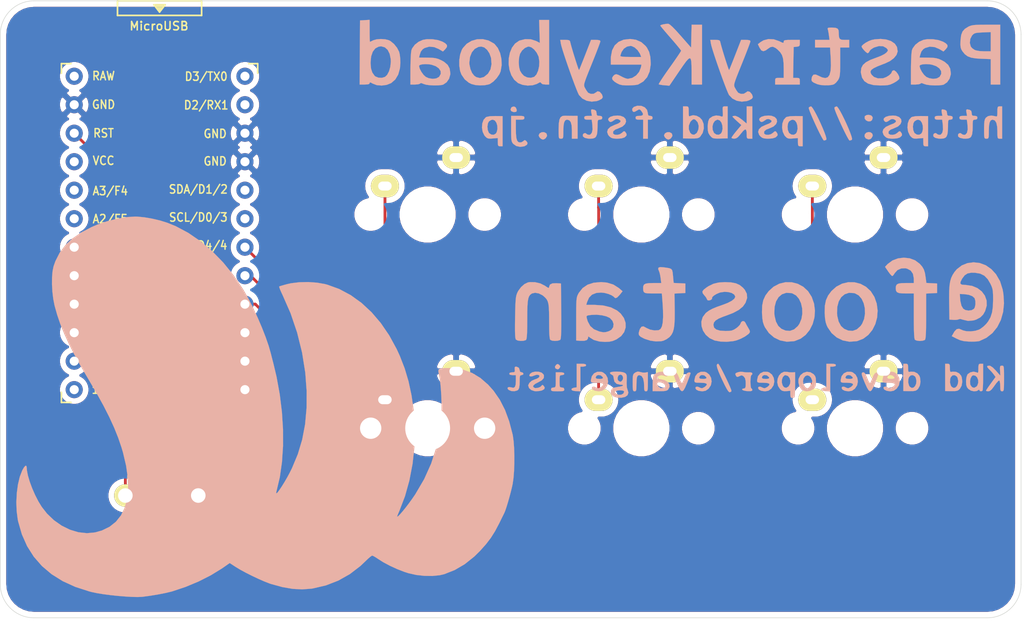
<source format=kicad_pcb>
(kicad_pcb (version 20171130) (host pcbnew "(5.1.10)-1")
  (layers (0 F.Cu signal) (31 B.Cu signal) (34 B.Paste user) (35 F.Paste user) (36 B.SilkS user) (37 F.SilkS user) (38 B.Mask user) (39 F.Mask user) (44 Edge.Cuts user))
  (net 0 "")
  (net 1 "Net-(SW1-Pad2)")
  (net 2 GND)
  (net 3 "Net-(SW2-Pad1)")
  (net 4 "Net-(SW3-Pad1)")
  (net 5 "Net-(SW4-Pad1)")
  (net 6 "Net-(SW5-Pad1)")
  (net 7 "Net-(SW6-Pad1)")
  (net 8 "Net-(SW7-Pad1)")
  (net 9 "Net-(U1-Pad1)")
  (net 10 "Net-(U1-Pad2)")
  (net 11 "Net-(U1-Pad5)")
  (net 12 "Net-(U1-Pad6)")
  (net 13 "Net-(U1-Pad13)")
  (net 14 "Net-(U1-Pad14)")
  (net 15 "Net-(U1-Pad15)")
  (net 16 "Net-(U1-Pad16)")
  (net 17 "Net-(U1-Pad17)")
  (net 18 "Net-(U1-Pad18)")
  (net 19 "Net-(U1-Pad19)")
  (net 20 "Net-(U1-Pad20)")
  (net 21 VCC)
  (net 22 "Net-(U1-Pad24)")
  (module mkbd:meishi (layer B.Cu) (at 171.831 101.346 180)
    (fp_text reference G*** hide)
    (fp_text value LOGO hide)
  )
  (module kbd:CherryMX_1u (layer F.Cu) (at 183.35625 92.86875)
    (fp_text reference SW3 hide)
    (fp_text value SW_PUSH hide)
    (pad "" np_thru_hole circle (at 0 0 90) (size 4 4) (drill 4) (layers *.Cu *.Mask))
    (pad "" np_thru_hole circle (at -5.08 0 90) (size 1.9 1.9) (drill 1.9) (layers *.Cu *.Mask))
    (pad "" np_thru_hole circle (at 5.08 0 90) (size 1.9 1.9) (drill 1.9) (layers *.Cu *.Mask))
    (pad 2 thru_hole oval (at 2.54 -5.08) (size 2.5 2) (drill oval 1.2 0.8) (layers *.Cu F.SilkS B.Mask) (net 2 GND))
    (pad 1 thru_hole oval (at -3.81 -2.54) (size 2.5 2) (drill oval 1.2 0.8) (layers *.Cu F.SilkS B.Mask) (net 4 "Net-(SW3-Pad1)"))
  )
  (module kbd:CherryMX_1u (layer F.Cu) (at 164.30625 92.86875)
    (fp_text reference SW2 hide)
    (fp_text value SW_PUSH hide)
    (pad 1 thru_hole oval (at -3.81 -2.54) (size 2.5 2) (drill oval 1.2 0.8) (layers *.Cu F.SilkS B.Mask) (net 3 "Net-(SW2-Pad1)"))
    (pad 2 thru_hole oval (at 2.54 -5.08) (size 2.5 2) (drill oval 1.2 0.8) (layers *.Cu F.SilkS B.Mask) (net 2 GND))
    (pad "" np_thru_hole circle (at 5.08 0 90) (size 1.9 1.9) (drill 1.9) (layers *.Cu *.Mask))
    (pad "" np_thru_hole circle (at -5.08 0 90) (size 1.9 1.9) (drill 1.9) (layers *.Cu *.Mask))
    (pad "" np_thru_hole circle (at 0 0 90) (size 4 4) (drill 4) (layers *.Cu *.Mask))
  )
  (module kbd:CherryMX_1u (layer F.Cu) (at 164.30625 111.91875)
    (fp_text reference SW5 hide)
    (fp_text value SW_PUSH hide)
    (pad "" np_thru_hole circle (at 0 0 90) (size 4 4) (drill 4) (layers *.Cu *.Mask))
    (pad "" np_thru_hole circle (at -5.08 0 90) (size 1.9 1.9) (drill 1.9) (layers *.Cu *.Mask))
    (pad "" np_thru_hole circle (at 5.08 0 90) (size 1.9 1.9) (drill 1.9) (layers *.Cu *.Mask))
    (pad 2 thru_hole oval (at 2.54 -5.08) (size 2.5 2) (drill oval 1.2 0.8) (layers *.Cu F.SilkS B.Mask) (net 2 GND))
    (pad 1 thru_hole oval (at -3.81 -2.54) (size 2.5 2) (drill oval 1.2 0.8) (layers *.Cu F.SilkS B.Mask) (net 6 "Net-(SW5-Pad1)"))
  )
  (module kbd:CherryMX_1u (layer F.Cu) (at 183.35625 111.91875)
    (fp_text reference SW6 hide)
    (fp_text value SW_PUSH hide)
    (pad 1 thru_hole oval (at -3.81 -2.54) (size 2.5 2) (drill oval 1.2 0.8) (layers *.Cu F.SilkS B.Mask) (net 7 "Net-(SW6-Pad1)"))
    (pad 2 thru_hole oval (at 2.54 -5.08) (size 2.5 2) (drill oval 1.2 0.8) (layers *.Cu F.SilkS B.Mask) (net 2 GND))
    (pad "" np_thru_hole circle (at 5.08 0 90) (size 1.9 1.9) (drill 1.9) (layers *.Cu *.Mask))
    (pad "" np_thru_hole circle (at -5.08 0 90) (size 1.9 1.9) (drill 1.9) (layers *.Cu *.Mask))
    (pad "" np_thru_hole circle (at 0 0 90) (size 4 4) (drill 4) (layers *.Cu *.Mask))
  )
  (module kbd:CherryMX_1u (layer F.Cu) (at 202.40625 92.86875)
    (fp_text reference SW4 hide)
    (fp_text value SW_PUSH hide)
    (pad 1 thru_hole oval (at -3.81 -2.54) (size 2.5 2) (drill oval 1.2 0.8) (layers *.Cu F.SilkS B.Mask) (net 5 "Net-(SW4-Pad1)"))
    (pad 2 thru_hole oval (at 2.54 -5.08) (size 2.5 2) (drill oval 1.2 0.8) (layers *.Cu F.SilkS B.Mask) (net 2 GND))
    (pad "" np_thru_hole circle (at 5.08 0 90) (size 1.9 1.9) (drill 1.9) (layers *.Cu *.Mask))
    (pad "" np_thru_hole circle (at -5.08 0 90) (size 1.9 1.9) (drill 1.9) (layers *.Cu *.Mask))
    (pad "" np_thru_hole circle (at 0 0 90) (size 4 4) (drill 4) (layers *.Cu *.Mask))
  )
  (module kbd:CherryMX_1u (layer F.Cu) (at 202.40625 111.91875)
    (fp_text reference SW7 hide)
    (fp_text value SW_PUSH hide)
    (pad "" np_thru_hole circle (at 0 0 90) (size 4 4) (drill 4) (layers *.Cu *.Mask))
    (pad "" np_thru_hole circle (at -5.08 0 90) (size 1.9 1.9) (drill 1.9) (layers *.Cu *.Mask))
    (pad "" np_thru_hole circle (at 5.08 0 90) (size 1.9 1.9) (drill 1.9) (layers *.Cu *.Mask))
    (pad 2 thru_hole oval (at 2.54 -5.08) (size 2.5 2) (drill oval 1.2 0.8) (layers *.Cu F.SilkS B.Mask) (net 2 GND))
    (pad 1 thru_hole oval (at -3.81 -2.54) (size 2.5 2) (drill oval 1.2 0.8) (layers *.Cu F.SilkS B.Mask) (net 8 "Net-(SW7-Pad1)"))
  )
  (module kbd:ProMicro_v3 (layer F.Cu) (at 140.40625 95.01875)
    (fp_text reference U1 hide)
    (fp_text value ProMicro_r hide)
    (fp_text user MicroUSB (at -0.05 -18.95) (layer F.SilkS) (effects (font (size 0.75 0.75) (thickness 0.12))))
    (fp_text user MicroUSB (at -0.05 -18.95) (layer F.SilkS) (effects (font (size 0.75 0.75) (thickness 0.12))))
    (fp_text user B4/8 (at 4.705 10.8 unlocked) (layer F.SilkS) (effects (font (size 0.75 0.67) (thickness 0.125))))
    (fp_text user D2/RX1 (at 4.155 -11.9 unlocked) (layer F.SilkS) (effects (font (size 0.75 0.67) (thickness 0.125))))
    (fp_text user B5/9 (at 4.705 13.3 unlocked) (layer F.SilkS) (effects (font (size 0.75 0.67) (thickness 0.125))))
    (fp_text user C6/5 (at 4.705 3.15 unlocked) (layer F.SilkS) (effects (font (size 0.75 0.67) (thickness 0.125))))
    (fp_text user SCL/D0/3 (at 3.455 -1.9 unlocked) (layer F.SilkS) (effects (font (size 0.75 0.67) (thickness 0.125))))
    (fp_text user SDA/D1/2 (at 3.455 -4.4 unlocked) (layer F.SilkS) (effects (font (size 0.75 0.67) (thickness 0.125))))
    (fp_text user D4/4 (at 4.705 0.6 unlocked) (layer F.SilkS) (effects (font (size 0.75 0.67) (thickness 0.125))))
    (fp_text user D3/TX0 (at 4.155 -14.45 unlocked) (layer F.SilkS) (effects (font (size 0.75 0.67) (thickness 0.125))))
    (fp_text user GND (at 4.955 -6.9 unlocked) (layer F.SilkS) (effects (font (size 0.75 0.67) (thickness 0.125))))
    (fp_text user GND (at 4.955 -9.35 unlocked) (layer F.SilkS) (effects (font (size 0.75 0.67) (thickness 0.125))))
    (fp_text user D7/6 (at 4.705 5.7 unlocked) (layer F.SilkS) (effects (font (size 0.75 0.67) (thickness 0.125))))
    (fp_text user E6/7 (at 4.705 8.25 unlocked) (layer F.SilkS) (effects (font (size 0.75 0.67) (thickness 0.125))))
    (fp_text user 16/B2 (at -4.395 10.95 unlocked) (layer F.SilkS) (effects (font (size 0.75 0.67) (thickness 0.125))))
    (fp_text user 10/B6 (at -4.395 13.45 unlocked) (layer F.SilkS) (effects (font (size 0.75 0.67) (thickness 0.125))))
    (fp_text user 14/B3 (at -4.395 8.4 unlocked) (layer F.SilkS) (effects (font (size 0.75 0.67) (thickness 0.125))))
    (fp_text user 15/B1 (at -4.395 5.85 unlocked) (layer F.SilkS) (effects (font (size 0.75 0.67) (thickness 0.125))))
    (fp_text user A0/F7 (at -4.395 3.3 unlocked) (layer F.SilkS) (effects (font (size 0.75 0.67) (thickness 0.125))))
    (fp_text user A1/F6 (at -4.395 0.75 unlocked) (layer F.SilkS) (effects (font (size 0.75 0.67) (thickness 0.125))))
    (fp_text user A2/F5 (at -4.395 -1.75 unlocked) (layer F.SilkS) (effects (font (size 0.75 0.67) (thickness 0.125))))
    (fp_text user A3/F4 (at -4.395 -4.25 unlocked) (layer F.SilkS) (effects (font (size 0.75 0.67) (thickness 0.125))))
    (fp_text user VCC (at -4.995 -6.95 unlocked) (layer F.SilkS) (effects (font (size 0.75 0.67) (thickness 0.125))))
    (fp_text user RST (at -4.995 -9.4 unlocked) (layer F.SilkS) (effects (font (size 0.75 0.67) (thickness 0.125))))
    (fp_text user GND (at -4.995 -11.95 unlocked) (layer F.SilkS) (effects (font (size 0.75 0.67) (thickness 0.125))))
    (fp_text user RAW (at -4.995 -14.5 unlocked) (layer F.SilkS) (effects (font (size 0.75 0.67) (thickness 0.125))))
    (pad 1 thru_hole circle (at 7.6114 -14.478) (size 1.524 1.524) (drill 0.8128) (layers *.Cu B.Mask) (net 9 "Net-(U1-Pad1)"))
    (pad 2 thru_hole circle (at 7.6114 -11.938) (size 1.524 1.524) (drill 0.8128) (layers *.Cu B.Mask) (net 10 "Net-(U1-Pad2)"))
    (pad 3 thru_hole circle (at 7.6114 -9.398) (size 1.524 1.524) (drill 0.8128) (layers *.Cu B.Mask) (net 2 GND))
    (pad 4 thru_hole circle (at 7.6114 -6.858) (size 1.524 1.524) (drill 0.8128) (layers *.Cu B.Mask) (net 2 GND))
    (pad 5 thru_hole circle (at 7.6114 -4.318) (size 1.524 1.524) (drill 0.8128) (layers *.Cu B.Mask) (net 11 "Net-(U1-Pad5)"))
    (pad 6 thru_hole circle (at 7.6114 -1.778) (size 1.524 1.524) (drill 0.8128) (layers *.Cu B.Mask) (net 12 "Net-(U1-Pad6)"))
    (pad 7 thru_hole circle (at 7.6114 0.762) (size 1.524 1.524) (drill 0.8128) (layers *.Cu B.Mask) (net 3 "Net-(SW2-Pad1)"))
    (pad 8 thru_hole circle (at 7.6114 3.302) (size 1.524 1.524) (drill 0.8128) (layers *.Cu B.Mask) (net 4 "Net-(SW3-Pad1)"))
    (pad 9 thru_hole circle (at 7.6114 5.842) (size 1.524 1.524) (drill 0.8128) (layers *.Cu B.Mask) (net 5 "Net-(SW4-Pad1)"))
    (pad 10 thru_hole circle (at 7.6114 8.382) (size 1.524 1.524) (drill 0.8128) (layers *.Cu B.Mask) (net 8 "Net-(SW7-Pad1)"))
    (pad 11 thru_hole circle (at 7.6114 10.922) (size 1.524 1.524) (drill 0.8128) (layers *.Cu B.Mask) (net 7 "Net-(SW6-Pad1)"))
    (pad 12 thru_hole circle (at 7.6114 13.462) (size 1.524 1.524) (drill 0.8128) (layers *.Cu B.Mask) (net 6 "Net-(SW5-Pad1)"))
    (pad 13 thru_hole circle (at -7.6086 13.462) (size 1.524 1.524) (drill 0.8128) (layers *.Cu B.Mask) (net 13 "Net-(U1-Pad13)"))
    (pad 14 thru_hole circle (at -7.6086 10.922) (size 1.524 1.524) (drill 0.8128) (layers *.Cu B.Mask) (net 14 "Net-(U1-Pad14)"))
    (pad 15 thru_hole circle (at -7.6086 8.382) (size 1.524 1.524) (drill 0.8128) (layers *.Cu B.Mask) (net 15 "Net-(U1-Pad15)"))
    (pad 16 thru_hole circle (at -7.6086 5.842) (size 1.524 1.524) (drill 0.8128) (layers *.Cu B.Mask) (net 16 "Net-(U1-Pad16)"))
    (pad 17 thru_hole circle (at -7.6086 3.302) (size 1.524 1.524) (drill 0.8128) (layers *.Cu B.Mask) (net 17 "Net-(U1-Pad17)"))
    (pad 18 thru_hole circle (at -7.6086 0.762) (size 1.524 1.524) (drill 0.8128) (layers *.Cu B.Mask) (net 18 "Net-(U1-Pad18)"))
    (pad 19 thru_hole circle (at -7.6086 -1.778) (size 1.524 1.524) (drill 0.8128) (layers *.Cu B.Mask) (net 19 "Net-(U1-Pad19)"))
    (pad 20 thru_hole circle (at -7.6086 -4.318) (size 1.524 1.524) (drill 0.8128) (layers *.Cu B.Mask) (net 20 "Net-(U1-Pad20)"))
    (pad 21 thru_hole circle (at -7.6086 -6.858) (size 1.524 1.524) (drill 0.8128) (layers *.Cu B.Mask) (net 21 VCC))
    (pad 22 thru_hole circle (at -7.6086 -9.398) (size 1.524 1.524) (drill 0.8128) (layers *.Cu B.Mask) (net 1 "Net-(SW1-Pad2)"))
    (pad 23 thru_hole circle (at -7.6086 -11.938) (size 1.524 1.524) (drill 0.8128) (layers *.Cu B.Mask) (net 2 GND))
    (pad 24 thru_hole circle (at -7.6086 -14.478) (size 1.524 1.524) (drill 0.8128) (layers *.Cu B.Mask) (net 22 "Net-(U1-Pad24)"))
  )
  (module kbd:ResetSW (layer F.Cu) (at 140.60625 117.91875)
    (fp_text reference SW1 hide)
    (fp_text value RST)
    (fp_text user RESET (at 0.127 0) (layer B.SilkS) (effects (justify mirror)))
    (fp_text user RESET (at 0 0) (layer F.SilkS))
    (pad 1 thru_hole circle (at 3.25 0) (size 2 2) (drill 1.3) (layers *.Cu *.Mask F.SilkS) (net 2 GND))
    (pad 2 thru_hole circle (at -3.25 0) (size 2 2) (drill 1.3) (layers *.Cu *.Mask F.SilkS) (net 1 "Net-(SW1-Pad2)"))
  )
  (gr_line (start 126.20625 76.81875) (end 126.20625 125.81875) (layer Edge.Cuts) (width 0.05))
  (gr_line (start 129.20625 128.81875) (end 214.20625 128.81875) (layer Edge.Cuts) (width 0.05))
  (gr_line (start 217.20625 76.81875) (end 217.20625 125.81875) (layer Edge.Cuts) (width 0.05))
  (gr_line (start 214.20625 73.81875) (end 129.20625 73.81875) (layer Edge.Cuts) (width 0.05))
  (gr_arc (start 214.20625 76.81875) (end 217.20625 76.81875) (angle -90) (layer Edge.Cuts) (width 0.05))
  (gr_arc (start 214.20625 125.81875) (end 214.20625 128.81875) (angle -90) (layer Edge.Cuts) (width 0.05))
  (gr_arc (start 129.20625 125.81875) (end 126.20625 125.81875) (angle -90) (layer Edge.Cuts) (width 0.05))
  (gr_arc (start 129.20625 76.81875) (end 129.20625 73.81875) (angle -90) (layer Edge.Cuts) (width 0.05))
  (segment (start 137.35625 90.17935) (end 132.79765 85.62075) (width 0.25) (layer F.Cu) (net 1))
  (segment (start 137.35625 117.91875) (end 137.35625 90.17935) (width 0.25) (layer F.Cu) (net 1))
  (segment (start 150.30625 100.61875) (end 150.30625 98.06935) (width 0.25) (layer F.Cu) (net 3))
  (segment (start 151.70625 102.01875) (end 150.30625 100.61875) (width 0.25) (layer F.Cu) (net 3))
  (segment (start 160.096252 102.01875) (end 151.70625 102.01875) (width 0.25) (layer F.Cu) (net 3))
  (segment (start 160.501251 101.613751) (end 160.096252 102.01875) (width 0.25) (layer F.Cu) (net 3))
  (segment (start 160.501251 90.333751) (end 160.501251 101.613751) (width 0.25) (layer F.Cu) (net 3))
  (segment (start 150.30625 98.06935) (end 148.01765 95.78075) (width 0.25) (layer F.Cu) (net 3))
  (segment (start 160.49625 90.32875) (end 160.501251 90.333751) (width 0.25) (layer F.Cu) (net 3))
  (segment (start 149.70625 99.51875) (end 148.50825 98.32075) (width 0.25) (layer F.Cu) (net 4))
  (segment (start 148.50825 98.32075) (end 148.01765 98.32075) (width 0.25) (layer F.Cu) (net 4))
  (segment (start 149.70625 100.81875) (end 149.70625 99.51875) (width 0.25) (layer F.Cu) (net 4))
  (segment (start 178.75624 102.46876) (end 151.35626 102.46876) (width 0.25) (layer F.Cu) (net 4))
  (segment (start 179.551251 101.673749) (end 178.75624 102.46876) (width 0.25) (layer F.Cu) (net 4))
  (segment (start 179.551251 92.256749) (end 179.551251 101.673749) (width 0.25) (layer F.Cu) (net 4))
  (segment (start 179.54625 92.251748) (end 179.551251 92.256749) (width 0.25) (layer F.Cu) (net 4))
  (segment (start 151.35626 102.46876) (end 149.70625 100.81875) (width 0.25) (layer F.Cu) (net 4))
  (segment (start 179.54625 90.32875) (end 179.54625 92.251748) (width 0.25) (layer F.Cu) (net 4))
  (segment (start 148.94825 100.86075) (end 148.01765 100.86075) (width 0.25) (layer F.Cu) (net 5))
  (segment (start 151.00627 102.91877) (end 148.94825 100.86075) (width 0.25) (layer F.Cu) (net 5))
  (segment (start 197.90623 102.91877) (end 151.00627 102.91877) (width 0.25) (layer F.Cu) (net 5))
  (segment (start 198.601251 102.223749) (end 197.90623 102.91877) (width 0.25) (layer F.Cu) (net 5))
  (segment (start 198.601251 90.333751) (end 198.601251 102.223749) (width 0.25) (layer F.Cu) (net 5))
  (segment (start 198.59625 90.32875) (end 198.601251 90.333751) (width 0.25) (layer F.Cu) (net 5))
  (segment (start 149.50625 106.61875) (end 148.01765 108.10735) (width 0.25) (layer F.Cu) (net 6))
  (segment (start 149.50625 105.21875) (end 149.50625 106.61875) (width 0.25) (layer F.Cu) (net 6))
  (segment (start 148.01765 108.10735) (end 148.01765 108.48075) (width 0.25) (layer F.Cu) (net 6))
  (segment (start 150.10625 104.61875) (end 149.50625 105.21875) (width 0.25) (layer F.Cu) (net 6))
  (segment (start 159.80625 104.61875) (end 150.10625 104.61875) (width 0.25) (layer F.Cu) (net 6))
  (segment (start 160.49625 105.30875) (end 159.80625 104.61875) (width 0.25) (layer F.Cu) (net 6))
  (segment (start 160.49625 109.37875) (end 160.49625 105.30875) (width 0.25) (layer F.Cu) (net 6))
  (segment (start 149.93965 104.01875) (end 148.01765 105.94075) (width 0.25) (layer F.Cu) (net 7))
  (segment (start 179.00625 104.01875) (end 149.93965 104.01875) (width 0.25) (layer F.Cu) (net 7))
  (segment (start 179.54625 104.55875) (end 179.00625 104.01875) (width 0.25) (layer F.Cu) (net 7))
  (segment (start 179.54625 109.37875) (end 179.54625 104.55875) (width 0.25) (layer F.Cu) (net 7))
  (segment (start 197.88825 103.40075) (end 148.01765 103.40075) (width 0.25) (layer F.Cu) (net 8))
  (segment (start 198.59625 104.10875) (end 197.88825 103.40075) (width 0.25) (layer F.Cu) (net 8))
  (segment (start 198.59625 109.37875) (end 198.59625 104.10875) (width 0.25) (layer F.Cu) (net 8))
  (zone (net 2) (net_name GND) (layer F.Cu) (connect_pads (clearance 0.508)) (min_thickness 0.254) (fill yes (arc_segments 32) (thermal_gap 0.508) (thermal_bridge_width 0.508))
    (polygon (pts (xy 217.4875 129.38125) (xy 126.20625 129.38125) (xy 126.20625 73.81875) (xy 217.4875 73.81875)))
  )
  (zone (net 2) (net_name GND) (layer B.Cu) (connect_pads (clearance 0.508)) (min_thickness 0.254) (fill yes (arc_segments 32) (thermal_gap 0.508) (thermal_bridge_width 0.508))
    (polygon (pts (xy 217.4875 129.38125) (xy 126.20625 129.38125) (xy 126.20625 73.81875) (xy 217.4875 73.81875)))
  )
)
</source>
